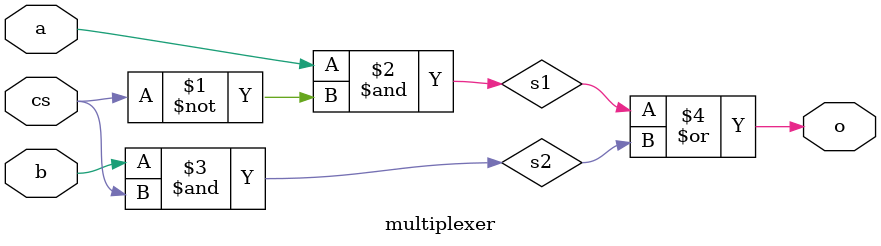
<source format=sv>
module multiplexer(a, b, cs, o);
  input a,b,cs;
  output o;
  
  wire s1,s2;
  
  assign s1 = a & (~cs);
  assign s2 = b & cs;
  
  assign o = s1 | s2;
endmodule
  

</source>
